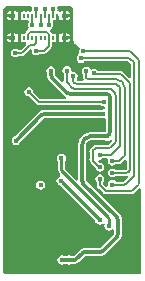
<source format=gbr>
%FSTAX24Y24*%
%MOIN*%
%SFA1B1*%

%IPPOS*%
%AMD12*
4,1,8,0.008200,0.006500,-0.008200,0.006500,-0.008900,0.005800,-0.008900,-0.005800,-0.008200,-0.006500,0.008200,-0.006500,0.008900,-0.005800,0.008900,0.005800,0.008200,0.006500,0.0*
1,1,0.001400,0.008200,0.005800*
1,1,0.001400,-0.008200,0.005800*
1,1,0.001400,-0.008200,-0.005800*
1,1,0.001400,0.008200,-0.005800*
%
%AMD13*
4,1,8,-0.003100,-0.007800,0.003100,-0.007800,0.003500,-0.007400,0.003500,0.007400,0.003100,0.007800,-0.003100,0.007800,-0.003500,0.007400,-0.003500,-0.007400,-0.003100,-0.007800,0.0*
1,1,0.000800,-0.003100,-0.007400*
1,1,0.000800,0.003100,-0.007400*
1,1,0.000800,0.003100,0.007400*
1,1,0.000800,-0.003100,0.007400*
%
%ADD11C,0.007100*%
G04~CAMADD=12~8~0.0~0.0~179.0~130.0~7.0~0.0~15~0.0~0.0~0.0~0.0~0~0.0~0.0~0.0~0.0~0~0.0~0.0~0.0~0.0~179.0~130.0*
%ADD12D12*%
G04~CAMADD=13~8~0.0~0.0~71.0~157.0~4.0~0.0~15~0.0~0.0~0.0~0.0~0~0.0~0.0~0.0~0.0~0~0.0~0.0~0.0~180.0~70.0~156.0*
%ADD13D13*%
%ADD16C,0.009800*%
%ADD17C,0.007900*%
%ADD18C,0.007900*%
%ADD19C,0.013800*%
%ADD20C,0.004900*%
%ADD21C,0.017700*%
%LNtop-1*%
%LPD*%
%SRX1Y1I0J0*%
G36*
X001116Y00864D02*
X001155Y008577D01*
X001149Y008543*
X001152Y008529*
X001144Y008509*
X001107Y008462*
X001106Y008461*
X001104*
X001091Y008453*
X001079Y008461*
X001054Y008466*
X00099*
X000966Y008461*
X000953Y008453*
X000941Y008461*
X000916Y008466*
X000853*
X000836Y008463*
X000811Y008479*
X000797Y008482*
Y008431*
X000794Y008426*
X000789Y008402*
Y008327*
Y008252*
X000794Y008227*
X000797Y008223*
Y008171*
X000811Y008174*
X000836Y008191*
X000853Y008188*
X000916*
X000941Y008193*
X000953Y008201*
X000966Y008193*
X00099Y008188*
X001018*
X00103Y008171*
X001046Y008125*
X001022Y008089*
X001011Y008031*
X001022Y007974*
X001046Y007938*
X001033Y00788*
X001029Y00787*
X000974Y007834*
X000937Y007779*
X000927Y007726*
X000916Y007728*
X000853*
X000836Y007724*
X000811Y007741*
X000797Y007744*
Y007693*
X000794Y007688*
X000789Y007664*
Y007589*
Y007513*
X000794Y007489*
X000797Y007484*
Y007433*
X000811Y007436*
X000836Y007453*
X000853Y00745*
X000916*
X000937Y007435*
X000945Y007357*
X000778Y007189*
X000772Y007187*
X000711*
X000707Y007193*
X000658Y007226*
X0006Y007237*
X000543Y007226*
X000494Y007193*
X000461Y007144*
X00045Y007087*
X000461Y007029*
X000494Y00698*
X000543Y006948*
X0006Y006936*
X000658Y006948*
X000707Y00698*
X000711Y006986*
X000784*
Y006985*
X000853Y006998*
X000912Y007038*
X000955Y007083*
X001086Y007214*
X001141Y007185*
X001144Y007179*
X001139Y007156*
X00115Y007098*
X001183Y007049*
X001232Y007016*
X001289Y007005*
X001347Y007016*
X001396Y007049*
X001403Y007059*
X001478*
X001541Y007058*
X001605Y007071*
X00166Y007107*
X001659Y007108*
X001714Y007164*
X00176Y007207*
X001796Y007262*
X001809Y007326*
X001808*
Y007442*
X001817Y00745*
X001881*
X001897Y007453*
X001923Y007436*
X001937Y007433*
Y007484*
X00194Y007489*
X001945Y007513*
Y007589*
Y007664*
X00194Y007688*
X001937Y007693*
Y007744*
X001923Y007741*
X001897Y007724*
X001881Y007728*
X001817*
X001807Y007726*
X001796Y007779*
X001764Y007827*
X001767Y007861*
X001778Y007897*
X001819Y007925*
X001852Y007974*
X001863Y008031*
X001852Y008089*
X001838Y00811*
X001859Y008174*
X001901Y008189*
X001923Y008174*
X001937Y008171*
Y008223*
X00194Y008227*
X001945Y008252*
Y008324*
Y008327*
X002037*
Y008171*
X002051Y008174*
X002078Y008192*
X002126Y008188*
X00216Y008181*
X002193*
Y008327*
Y008472*
X00216*
X002126Y008466*
X002078Y008461*
X002051Y008479*
X002019Y008486*
X001995Y008515*
X002001Y008543*
X001994Y008577*
X002033Y00864*
X002427*
X002446*
X002482Y008625*
X002509Y008598*
X002523Y008563*
Y008544*
Y008543*
Y007569*
X002524Y007564*
Y007559*
X002527Y007521*
X002532Y007507*
X002535Y007492*
X002564Y007421*
X002586Y007389*
X00264Y007334*
X002673Y007313*
X002714Y007295*
X002722Y007283*
X002735Y00723*
X002734Y007221*
X002715Y007193*
X002704Y007136*
X002715Y007078*
X002685Y00701*
X002679Y007006*
X002646Y006957*
X002635Y0069*
X002646Y006842*
X002679Y006793*
X002728Y006761*
X002785Y006749*
X002843Y006761*
X002892Y006793*
X002896Y006799*
X004355*
X00436Y006797*
X004454Y006703*
X004457Y006697*
Y00626*
X004399Y006235*
X004208Y006426*
X004209Y006427*
X004151Y006466*
X004082Y00648*
Y006478*
X003339*
X003315Y006514*
X003266Y006547*
X003209Y006558*
X003151Y006547*
X003111Y00652*
X003102Y006524*
X003069Y006573*
X00302Y006606*
X002963Y006617*
X002905Y006606*
X002856Y006573*
X002824Y006524*
X002812Y006467*
X002824Y006409*
X002856Y00636*
X002862Y006356*
Y006257*
X00287Y006218*
X002878Y006207*
X00285Y006144*
X002691*
X00269*
X00266Y00615*
X002649Y006166*
X002636Y006218*
X002659Y006251*
X00267Y006309*
X002659Y006367*
X002626Y006415*
X002577Y006448*
X00252Y006459*
Y00646*
X002464Y006496*
X002452Y006554*
X002419Y006603*
X002371Y006635*
X002313Y006647*
X002255Y006635*
X002207Y006603*
X002174Y006554*
X002162Y006496*
X002174Y006438*
X002207Y00639*
X002213Y006386*
Y006135*
X002211*
Y006133*
X002153Y006102*
X001959Y006297*
X001916Y006343*
X001914Y006346*
X001912Y006409*
Y006416*
X001921Y006429*
X001932Y006486*
X001921Y006544*
X001888Y006593*
X001839Y006625*
X001781Y006637*
X001724Y006625*
X001675Y006593*
X001642Y006544*
X001631Y006486*
X001642Y006429*
X001651Y006416*
Y006346*
X001652Y006343*
X00166Y006277*
X001687Y006212*
X001728Y006159*
X00173Y006157*
X00222Y005667*
X002222Y005665*
X002275Y005624*
X002299Y005615*
X002286Y005552*
X001421*
X001192Y00578*
X001194Y005787*
X001182Y005845*
X00115Y005894*
X001101Y005926*
X001043Y005938*
X000986Y005926*
X000937Y005894*
X000904Y005845*
X000893Y005787*
X000904Y00573*
X000937Y005681*
X000986Y005648*
X001043Y005637*
X00105Y005638*
X001309Y00538*
X001341Y005358*
X00138Y005351*
X003429*
X003433Y005345*
X003482Y005312*
X00354Y005301*
X003595Y005255*
Y005244*
X003537Y005199*
X003533Y0052*
X003476Y005188*
X003463Y00518*
X001563*
X001562*
X001557Y005179*
X001494Y00517*
X001429Y005144*
X001375Y005102*
X001373Y005101*
X000578Y004305*
X000562Y004302*
X000514Y00427*
X000481Y004221*
X00047Y004163*
X000481Y004106*
X000514Y004057*
X000562Y004024*
X00062Y004013*
X000678Y004024*
X000727Y004057*
X000759Y004106*
X000762Y004121*
X001558Y004916*
X001559Y004915*
X001563Y004917*
X001626Y004919*
X003463*
X003476Y00491*
X003533Y004899*
X003566Y004905*
X003629Y004866*
Y004469*
X003627Y004467*
X003578Y004433*
X003576Y004432*
X003095*
Y004433*
X002991Y004419*
X002894Y004379*
X002811Y004315*
X002747Y004232*
X002707Y004135*
X002693Y004031*
X002694*
Y002846*
X002633Y002819*
X002246Y003206*
X002242Y003214*
Y003486*
X002271Y003529*
X002282Y003587*
X002271Y003645*
X002238Y003693*
X00219Y003726*
X002132Y003737*
X002074Y003726*
X002025Y003693*
X001993Y003645*
X001981Y003587*
X001993Y003529*
X002022Y003486*
Y003266*
X00202Y003204*
X002036Y003124*
X002081Y003055*
X00209Y002996*
X002081Y002969*
X002058Y002964*
X002009Y002931*
X001976Y002882*
X001965Y002825*
X001976Y002767*
X002009Y002718*
X002058Y002686*
X002073Y002683*
X003256Y001499*
X003266Y001448*
X003299Y001399*
X003348Y001367*
X003406Y001355*
X003463Y001367*
X003495Y001388*
X003555Y001381*
X003571Y001375*
X003573Y00137*
X003572Y001367*
X00356Y001309*
X003572Y001251*
X003604Y001203*
X003653Y00117*
X003711Y001159*
X003768Y00117*
X003817Y001203*
X003822Y00121*
X003885Y001191*
Y001053*
X003883Y001051*
X003842Y001005*
X003839Y001001*
X003457Y00062*
X003411Y000577*
X003408Y000575*
X003345Y000573*
X002893*
Y000575*
X002813Y000559*
X002744Y000513*
X002701Y000468*
X002545Y000312*
X002447*
X002434Y000321*
X002377Y000332*
X002319Y000321*
X002306Y000312*
X002217*
X002204Y000321*
X002146Y000332*
X002089Y000321*
X00204Y000288*
X002007Y000239*
X001996Y000182*
X002007Y000124*
X00204Y000075*
X002089Y000042*
X002146Y000031*
X002204Y000042*
X002217Y000051*
X002306*
X002319Y000042*
X002377Y000031*
X002434Y000042*
X002447Y000051*
X002567*
Y00005*
X002647Y000066*
X002716Y000111*
Y000112*
X002759Y000157*
X002915Y000312*
X003408*
X003411Y000313*
X003477Y000322*
X003542Y000349*
X003594Y000389*
X003597Y000391*
X004068Y000861*
X004069Y000864*
X00411Y000917*
X004137Y000982*
X004146Y001048*
Y001051*
Y001518*
Y001521*
X004137Y001587*
X00411Y001652*
X004069Y001706*
X004067Y001708*
X003002Y002773*
X002959Y002819*
X002957Y002823*
X002955Y002885*
Y004031*
X002966Y004084*
X002996Y00413*
X003042Y00416*
X003095Y004171*
X003581*
X003594Y004162*
X003652Y004151*
X003709Y004162*
X003753Y004191*
X003779Y004189*
X003822Y004177*
X003829Y004158*
X003831Y00414*
X003711Y00402*
X003705Y004018*
X0033*
Y004019*
X003231Y004005*
X003173Y003966*
X003128Y003922*
X00312Y003914*
X003081Y003855*
X003067Y003786*
X003069*
Y003537*
X003067*
X003081Y003467*
X00312Y003409*
X003121Y00341*
X003268Y003264*
X003276Y00322*
X003309Y003171*
X003358Y003138*
X003415Y003127*
X003473Y003138*
X003522Y003171*
X003554Y00322*
X003566Y003278*
X003554Y003335*
X003522Y003384*
X003473Y003417*
X003415Y003428*
X003392Y003423*
X003347Y003468*
X003378Y003526*
X003406Y003521*
X003463Y003532*
X003512Y003565*
X003516Y003571*
X003646*
X003685Y003508*
X003678Y003474*
X00369Y003417*
X003722Y003368*
X003771Y003335*
X003829Y003324*
X003886Y003335*
X003935Y003368*
X003939Y003374*
X004055*
X004094Y003382*
X004126Y003403*
X004246Y003523*
X004309Y003497*
Y003199*
X004297Y003191*
X004249Y003182*
Y003181*
X003946*
X003935Y003197*
X003886Y00323*
X003829Y003241*
X003771Y00323*
X003722Y003197*
X00369Y003148*
X003678Y003091*
X00369Y003033*
X003722Y002984*
X003771Y002951*
X003829Y00294*
X003886Y002951*
X00393Y00298*
X004186*
X004249Y002979*
X004323Y002989*
X004343Y002966*
X004356Y002932*
X004223Y0028*
X004217Y002797*
X003939*
X003935Y002803*
X003886Y002836*
X003829Y002847*
X003771Y002836*
X003722Y002803*
X00369Y002754*
X003678Y002697*
X003681Y002685*
X003635Y00262*
X003601Y002616*
X003522Y002696*
X003519Y002702*
Y002776*
X003522Y002777*
X003554Y002826*
X003566Y002884*
X003554Y002941*
X003522Y00299*
X003473Y003023*
X003415Y003034*
X003358Y003023*
X003309Y00299*
X003276Y002941*
X003265Y002884*
X003276Y002826*
X003309Y002777*
X003318Y002771*
Y002689*
X003317*
X003331Y00262*
X00337Y002562*
Y002563*
X003371*
X003501Y002432*
X0035Y002431*
X003559Y002392*
X003628Y002378*
Y00238*
X004456*
Y002378*
X004525Y002392*
X004583Y002431*
X004582Y002432*
X004734Y002584*
X004797Y002558*
Y-00022*
X004782Y-000256*
X004755Y-000283*
X004726Y-000295*
X004717Y-000294*
X004711Y-000295*
X004705Y-000293*
X000276*
X000241Y-000279*
X000213Y-000252*
X000199Y-000216*
Y-000197*
Y008543*
Y008562*
X000213Y008598*
X000241Y008625*
X000276Y00864*
X000295*
X001116*
G37*
%LNtop-2*%
%LPC*%
%SRX1Y1I0J0*%
G36*
X000697Y008482D02*
X000683Y008479D01*
X000655Y008461*
X000607Y008466*
X000574Y008472*
X000541*
Y008327*
Y008181*
X000574*
X000607Y008188*
X000655Y008192*
X000683Y008174*
X000697Y008171*
Y008327*
Y008482*
G37*
G36*
X002326Y008472D02*
X002293D01*
Y008377*
X002413*
Y008385*
X002406Y008418*
X002387Y008447*
X002359Y008466*
X002326Y008472*
G37*
G36*
X000441D02*
X000408D01*
X000374Y008466*
X000346Y008447*
X000327Y008418*
X000321Y008385*
Y008377*
X000441*
Y008472*
G37*
G36*
X002413Y008277D02*
X002293D01*
Y008181*
X002326*
X002359Y008188*
X002387Y008207*
X002406Y008235*
X002413Y008268*
Y008277*
G37*
G36*
X000441D02*
X000321D01*
Y008268*
X000327Y008235*
X000346Y008207*
X000374Y008188*
X000408Y008181*
X000441*
Y008277*
G37*
G36*
X000697Y007744D02*
X000683Y007741D01*
X000655Y007723*
X000607Y007727*
X000574Y007734*
X000541*
Y007589*
Y007443*
X000574*
X000607Y00745*
X000655Y007454*
X000683Y007436*
X000697Y007433*
Y007589*
Y007744*
G37*
G36*
X000441Y007734D02*
X000408D01*
X000374Y007727*
X000346Y007709*
X000327Y00768*
X000321Y007647*
Y007639*
X000441*
Y007734*
G37*
G36*
X002326D02*
X002293D01*
Y007639*
X002413*
Y007647*
X002406Y00768*
X002387Y007709*
X002359Y007727*
X002326Y007734*
G37*
G36*
X002413Y007539D02*
X002293D01*
Y007443*
X002326*
X002359Y00745*
X002387Y007469*
X002406Y007497*
X002413Y00753*
Y007539*
G37*
G36*
X002037Y007744D02*
Y007589D01*
Y007433*
X002051Y007436*
X002078Y007454*
X002126Y00745*
X00216Y007443*
X002193*
Y007589*
Y007734*
X00216*
X002126Y007727*
X002078Y007723*
X002051Y007741*
X002037Y007744*
G37*
G36*
X000441Y007539D02*
X000321D01*
Y00753*
X000327Y007497*
X000346Y007469*
X000374Y00745*
X000408Y007443*
X000441*
Y007539*
G37*
G36*
X001437Y002828D02*
X001379Y002816D01*
X001331Y002784*
X001298Y002735*
X001286Y002677*
X001298Y00262*
X001331Y002571*
X001379Y002538*
X001437Y002527*
X001495Y002538*
X001543Y002571*
X001576Y00262*
X001588Y002677*
X001576Y002735*
X001543Y002784*
X001495Y002816*
X001437Y002828*
G37*
%LNtop-3*%
%LPD*%
%SRX1Y1I0J0*%
G54D11*
X001541Y007156D02*
D01*
D01*
G75*
G03X001591Y007176I-0J000073D01*
G74*G01*
X00169Y007276D02*
D01*
D01*
G75*
G03X001711Y007326I-000051J000051D01*
G74*G01*
Y007715D02*
D01*
D01*
G75*
G03X00164Y007785I-000069J0D01*
G74*G01*
X001093D02*
D01*
D01*
G75*
G03X001022Y007715I0J-000071D01*
G74*G01*
X001849Y008327D02*
Y008542D01*
X001711Y007326D02*
Y007589D01*
X001339Y007156D02*
X001541D01*
X001591Y007176D02*
X00169Y007276D01*
X001711Y007326D02*
D01*
Y007589D02*
Y007715D01*
X001093Y007785D02*
X00164D01*
X001022Y007715D02*
D01*
X001711Y008033D02*
Y008327D01*
X001436Y008033D02*
Y008327D01*
X001298D02*
Y008542D01*
X001573Y008327D02*
Y008542D01*
X001161Y008031D02*
Y008325D01*
X001022Y007589D02*
Y007715D01*
G54D12*
X000491Y008327D03*
Y007589D03*
X002243D03*
Y008327D03*
G54D13*
X000747Y008327D03*
X000884D03*
X001022D03*
X00116D03*
X001298D03*
X001436D03*
X001573D03*
X001711D03*
X001849D03*
X001987D03*
X000747Y007589D03*
X000884D03*
X001022D03*
X00116D03*
X001298D03*
X001436D03*
X001573D03*
X001711D03*
X001849D03*
X001987D03*
G54D16*
X003711Y001544D02*
D01*
D01*
G75*
G03X003682Y001614I-000099J-0D01*
G74*G01*
X002132Y003204D02*
D01*
D01*
G75*
G03X002161Y003135I000095J-0D01*
G74*G01*
X002143Y002768D02*
X003406Y001506D01*
X002161Y003135D02*
X003682Y001614D01*
X003711Y001309D02*
Y001544D01*
X002132Y003204D02*
Y003587D01*
G54D17*
X003937Y005686D02*
D01*
D01*
G75*
G03X003914Y005742I-000080J-0D01*
G74*G01*
Y004081D02*
D01*
D01*
G75*
G03X003937Y004137I-000054J000055D01*
G74*G01*
X002497Y005918D02*
D01*
D01*
G75*
G03X002552Y005896I000053J000053D01*
G74*G01*
X003717Y003917D02*
D01*
D01*
G75*
G03X003773Y00394I-0J000080D01*
G74*G01*
X003192Y003842D02*
D01*
D01*
G75*
G03X003169Y003786I000054J-000055D01*
G74*G01*
Y003537D02*
D01*
D01*
G75*
G03X003192Y003481I000080J0D01*
G74*G01*
X002313Y006135D02*
D01*
D01*
G75*
G03X002336Y006079I000080J0D01*
G74*G01*
X004252Y005906D02*
D01*
D01*
G75*
G03X003947Y006211I-000305J0D01*
G74*G01*
X004137Y006355D02*
D01*
D01*
G75*
G03X004082Y006378I-000055J-000054D01*
G74*G01*
X004094Y005893D02*
D01*
D01*
G75*
G03X004072Y005948I-000080J-0D01*
G74*G01*
X00252Y006146D02*
D01*
D01*
G75*
G03X002559Y006078I000078J-0D01*
G74*G01*
X004072Y005948D02*
D01*
D01*
G75*
G03X004071Y005949I-000055J-000054D01*
G74*G01*
X004409Y00605D02*
D01*
D01*
G75*
G03X004386Y006106I-000080J-0D01*
G74*G01*
X004374Y003119D02*
D01*
D01*
G75*
G03X004409Y003185I-000042J000065D01*
G74*G01*
X004249Y003081D02*
D01*
D01*
G75*
G03X004374Y003119I0J000222D01*
G74*G01*
X003829Y003091D02*
D01*
D01*
G75*
G03X003867Y003081I000039J000072D01*
G74*G01*
X004229Y003648D02*
D01*
D01*
G75*
G03X004252Y003704I-000054J000055D01*
G74*G01*
X002559Y006078D02*
D01*
D01*
G75*
G03X00269Y006043I000135J000243D01*
G74*G01*
X003783Y005872D02*
D01*
D01*
G75*
G03X003727Y005896I-000057J-000057D01*
G74*G01*
X003999Y00602D02*
D01*
D01*
G75*
G03X003944Y006043I-000055J-000054D01*
G74*G01*
X004423Y006876D02*
D01*
D01*
G75*
G03X004367Y0069I-000057J-000057D01*
G74*G01*
X004557Y00671D02*
D01*
D01*
G75*
G03X004534Y006765I-000075J0D01*
G74*G01*
X004715Y006818D02*
D01*
D01*
G75*
G03X004691Y006874I-000075J0D01*
G74*G01*
X004453Y007112D02*
D01*
D01*
G75*
G03X004397Y007136I-000057J-000057D01*
G74*G01*
X001275Y007407D02*
D01*
D01*
G75*
G03X001298Y007462I-000054J000055D01*
G74*G01*
X001178Y007343D02*
D01*
D01*
G75*
G03X001234Y007365I-000001J000085D01*
G74*G01*
X000784Y007087D02*
D01*
D01*
G75*
G03X00084Y00711I-0J000080D01*
G74*G01*
X001105Y007343D02*
D01*
D01*
G75*
G03X00105Y007319I-000001J-000071D01*
G74*G01*
X0033Y003917D02*
D01*
D01*
G75*
G03X003245Y003894I-0J-000075D01*
G74*G01*
X004071Y003968D02*
D01*
D01*
G75*
G03X004094Y004024I-000054J000055D01*
G74*G01*
X003742Y003671D02*
D01*
D01*
G75*
G03X003798Y003694I-0J000080D01*
G74*G01*
X004534Y002969D02*
D01*
D01*
G75*
G03X004557Y003025I-000054J000055D01*
G74*G01*
X003572Y002503D02*
D01*
D01*
G75*
G03X003628Y00248I000055J000054D01*
G74*G01*
X003419Y002689D02*
D01*
D01*
G75*
G03X003442Y002634I000075J-0D01*
G74*G01*
X004456Y00248D02*
D01*
D01*
G75*
G03X004511Y002503I0J000075D01*
G74*G01*
X004229Y002697D02*
D01*
D01*
G75*
G03X004285Y00272I-0J000080D01*
G74*G01*
X004692Y002684D02*
D01*
D01*
G75*
G03X004715Y002739I-000054J000055D01*
G74*G01*
X003937Y004137D02*
Y005686D01*
X003773Y00394D02*
X003914Y004081D01*
X002552Y005896D02*
X003727D01*
X002497Y005919D02*
Y005918D01*
X0033Y003917D02*
X003717D01*
X003192Y003481D02*
X003396Y003278D01*
X003192Y003842D02*
X003245Y003894D01*
X003192Y003842D02*
D01*
X003169Y003537D02*
Y003786D01*
X002336Y006079D02*
X002497Y005919D01*
X002313Y006135D02*
Y006496D01*
Y006135D02*
D01*
X003009Y006211D02*
X003947D01*
X002963Y006257D02*
Y006467D01*
Y006257D02*
X003009Y006211D01*
X004252Y003704D02*
Y005906D01*
X003172Y006378D02*
X004082D01*
X004137Y006355D02*
X004386Y006106D01*
X004137Y006355D02*
D01*
X00252Y006146D02*
D01*
Y006309*
X004094Y005893D02*
Y005892D01*
X004072Y005948D02*
D01*
X004094Y004024D02*
Y005892D01*
X004409Y003185D02*
Y00605D01*
Y003185D02*
D01*
X004249Y003081D02*
D01*
X003867D02*
X004249D01*
X003829Y003091D02*
D01*
X004055Y003474D02*
X004229Y003648D01*
X002691Y006043D02*
X003944D01*
X00269D02*
X002691D01*
X003783Y005872D02*
X003914Y005742D01*
X003999Y00602D02*
X004071Y005949D01*
X001849Y008542D02*
X00185Y008543D01*
X004557Y003025D02*
Y00671D01*
X002785Y0069D02*
X004367D01*
X004423Y006876D02*
X004534Y006765D01*
X004557Y00671D02*
D01*
X002854Y007136D02*
X004397D01*
X004715Y002739D02*
Y006818D01*
X004452Y007112D02*
X004691Y006874D01*
X001105Y007343D02*
D01*
X001298Y007462D02*
Y007589D01*
X001234Y007365D02*
X001275Y007407D01*
X001105Y007343D02*
X001178D01*
X0006Y007087D02*
X000784D01*
X00084Y00711D02*
X00105Y007319D01*
X003396Y003278D02*
X003415D01*
X003798Y003694D02*
X004071Y003968D01*
X003406Y003671D02*
X003742D01*
X004285Y00272D02*
X004534Y002969D01*
X003829Y003474D02*
X004055D01*
X003419Y002689D02*
Y00288D01*
X003442Y002634D02*
X003572Y002503D01*
X003628Y00248D02*
D01*
X004456*
X003415Y002884D02*
X003419Y00288D01*
X004511Y002503D02*
X004692Y002684D01*
X003829Y002697D02*
X004229D01*
X001043Y005787D02*
X00138Y005451D01*
X00354*
G54D18*
X003192Y003842D03*
X004137Y006355D03*
G54D19*
X00376Y00558D02*
D01*
D01*
G75*
G03X003622Y005719I-000137J000001D01*
G74*G01*
X001562Y005049D02*
D01*
D01*
G75*
G03X001465Y005009I000001J-000142D01*
G74*G01*
X004016Y001518D02*
D01*
D01*
G75*
G03X003975Y001615I-000132J000001D01*
G74*G01*
X002825Y002822D02*
D01*
D01*
G75*
G03X002865Y002725I000142J000001D01*
G74*G01*
X003719Y004369D02*
D01*
D01*
G75*
G03X00376Y004467I-000101J000100D01*
G74*G01*
X003975Y000954D02*
D01*
D01*
G75*
G03X004016Y001051I-000101J000100D01*
G74*G01*
X003408Y000443D02*
D01*
D01*
G75*
G03X003505Y000483I0J000137D01*
G74*G01*
X002893Y000443D02*
D01*
D01*
G75*
G03X002838Y00042I-0J-000075D01*
G74*G01*
X002312Y005759D02*
D01*
D01*
G75*
G03X002409Y005719I000096J000096D01*
G74*G01*
X001781Y006346D02*
D01*
D01*
G75*
G03X001822Y006249I000132J-000001D01*
G74*G01*
X003095Y004301D02*
D01*
D01*
G75*
G03X002825Y004031I0J-000270D01*
G74*G01*
X002567Y000182D02*
D01*
D01*
G75*
G03X002623Y000205I-0J000080D01*
G74*G01*
X002409Y005719D02*
X003622D01*
X00376Y004467D02*
Y00558D01*
X001562Y005049D02*
X001563D01*
X00062Y004163D02*
X001465Y005009D01*
X001563Y005049D02*
X003533D01*
X004016Y001051D02*
Y001518D01*
X002865Y002725D02*
X003975Y001615D01*
X002825Y002822D02*
Y004031D01*
X002623Y000205D02*
X002838Y00042D01*
X003719Y004369D02*
D01*
X003095Y004301D02*
X003652D01*
X003505Y000483D02*
X003975Y000954D01*
X002893Y000443D02*
X003408D01*
X002409Y005719D02*
D01*
X001822Y006249D02*
X002312Y005759D01*
X001781Y006346D02*
Y006486D01*
X002567Y000182D02*
D01*
X002377D02*
X002567D01*
X003652Y004301D02*
X003719Y004369D01*
X002146Y000182D02*
X002377D01*
G54D20*
X001711Y008033D02*
X001713Y008031D01*
X001436Y008033D02*
X001437Y008031D01*
X001298Y008542D02*
X001299Y008543D01*
X001573Y008542D02*
X001575Y008543D01*
X00116Y008327D02*
X001161Y008325D01*
G54D21*
X002785Y0069D03*
X003209Y006407D03*
X00252Y006309D03*
X001437Y002677D03*
X00123Y006073D03*
X003406Y001506D03*
X000984Y002303D03*
X001821Y001004D03*
X001033D03*
X000374Y006083D03*
X000846Y006073D03*
X003524Y006693D03*
X003494Y004665D03*
X000335Y006713D03*
X004429Y001959D03*
X004456Y00136D03*
X002377Y000182D03*
X002146D03*
X003711Y001309D03*
X003652Y004301D03*
X002313Y006496D03*
X000522Y007953D03*
X0006Y007087D03*
X001713Y008031D03*
X001781Y006486D03*
X002963Y006467D03*
X00185Y008543D03*
X001437Y008031D03*
X002854Y007136D03*
X00062Y004163D03*
X001575Y008543D03*
X002115Y002825D03*
X002132Y003587D03*
X001299Y008543D03*
X001161Y008031D03*
X001289Y007156D03*
X003829Y003474D03*
Y002697D03*
X003415Y002884D03*
X003829Y003091D03*
X003415Y003278D03*
X003406Y003671D03*
X00354Y005451D03*
X003533Y005049D03*
X001043Y005787D03*
M02*
</source>
